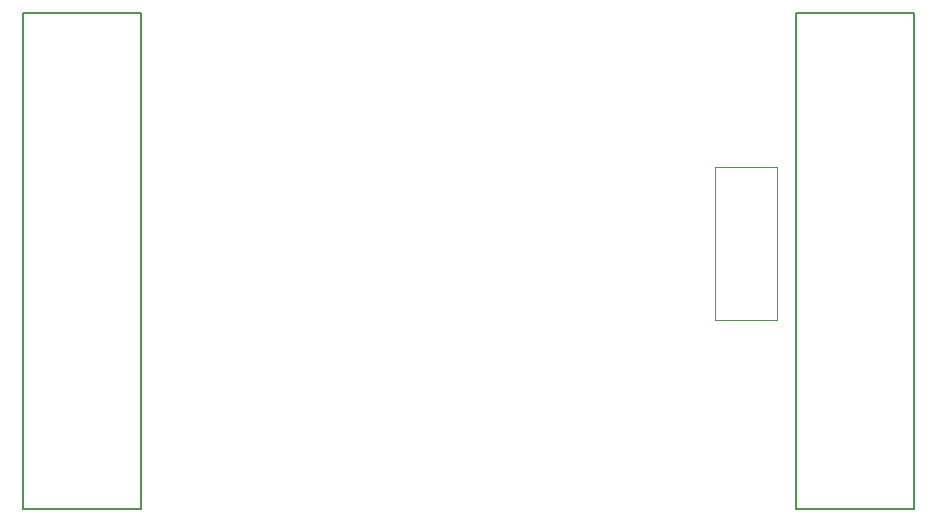
<source format=gbr>
G04 EasyPC Gerber Version 20.0.2 Build 4112 *
G04 #@! TF.Part,Single*
%FSLAX35Y35*%
%MOIN*%
%ADD127C,0.00197*%
%ADD11C,0.00500*%
X0Y0D02*
D02*
D11*
X565Y211963D02*
X39935D01*
Y46608*
X565*
Y211963*
X258065D02*
X297435D01*
Y46608*
X258065*
Y211963*
D02*
D127*
X251750Y109620D02*
X231250D01*
Y160407*
X251750*
Y109620*
X0Y0D02*
M02*

</source>
